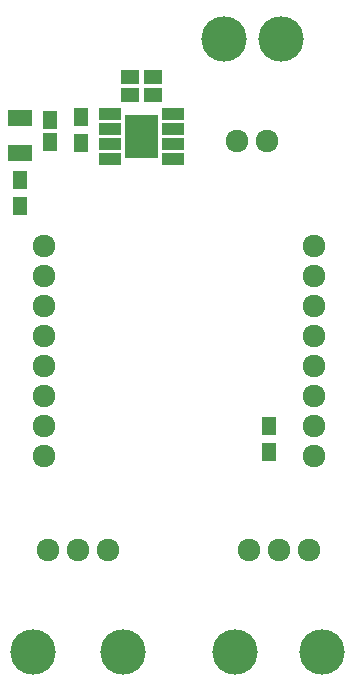
<source format=gbr>
G04 #@! TF.FileFunction,Soldermask,Top*
%FSLAX46Y46*%
G04 Gerber Fmt 4.6, Leading zero omitted, Abs format (unit mm)*
G04 Created by KiCad (PCBNEW 4.0.7) date 04/29/18 15:59:50*
%MOMM*%
%LPD*%
G01*
G04 APERTURE LIST*
%ADD10C,0.100000*%
%ADD11R,1.600000X1.150000*%
%ADD12R,1.150000X1.600000*%
%ADD13R,1.300000X1.600000*%
%ADD14C,3.850000*%
%ADD15C,1.924000*%
%ADD16R,1.950000X1.000000*%
%ADD17R,1.600000X2.000000*%
%ADD18R,2.000000X1.400000*%
G04 APERTURE END LIST*
D10*
D11*
X180152000Y-89916000D03*
X182052000Y-89916000D03*
D12*
X173355000Y-92077500D03*
X173355000Y-93977500D03*
D13*
X176022000Y-91780000D03*
X176022000Y-93980000D03*
X191897000Y-120183000D03*
X191897000Y-117983000D03*
D14*
X188085000Y-85213000D03*
D15*
X189230000Y-93853000D03*
X191770000Y-93853000D03*
D14*
X192913000Y-85217000D03*
D16*
X178402000Y-91567000D03*
X178402000Y-92837000D03*
X178402000Y-94107000D03*
X178402000Y-95377000D03*
X183802000Y-95377000D03*
X183802000Y-94107000D03*
X183802000Y-92837000D03*
X183802000Y-91567000D03*
D17*
X181702000Y-94272000D03*
X181702000Y-92672000D03*
X180502000Y-94272000D03*
X180502000Y-92672000D03*
D14*
X196407500Y-137100500D03*
D15*
X195262500Y-128460500D03*
X192722500Y-128460500D03*
X190182500Y-128460500D03*
D14*
X189037500Y-137100500D03*
D11*
X180152000Y-88392000D03*
X182052000Y-88392000D03*
D15*
X172847000Y-102743000D03*
X172847000Y-105283000D03*
X172847000Y-107823000D03*
X172847000Y-110363000D03*
X172847000Y-112903000D03*
X172847000Y-115443000D03*
X172847000Y-117983000D03*
X172847000Y-120523000D03*
X195707000Y-102743000D03*
X195707000Y-105283000D03*
X195707000Y-107823000D03*
X195707000Y-110363000D03*
X195707000Y-112903000D03*
X195707000Y-115443000D03*
X195707000Y-117983000D03*
X195707000Y-120523000D03*
D18*
X170840400Y-91894400D03*
X170840400Y-94894400D03*
D13*
X170840400Y-99380400D03*
X170840400Y-97180400D03*
D15*
X178244500Y-128460500D03*
X175704500Y-128460500D03*
X173164500Y-128460500D03*
D14*
X179514500Y-137096500D03*
X171894500Y-137096500D03*
M02*

</source>
